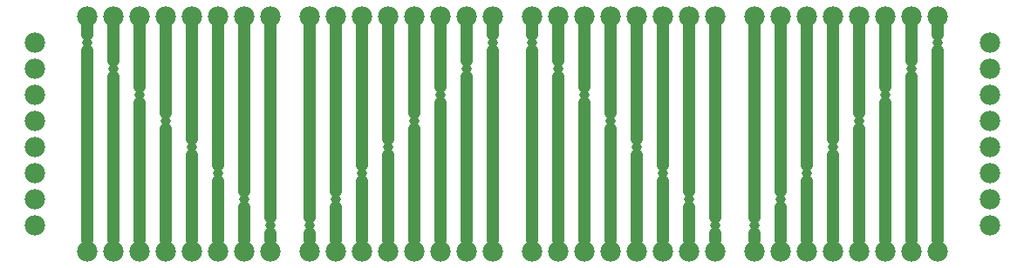
<source format=gtl>
G04 MADE WITH FRITZING*
G04 WWW.FRITZING.ORG*
G04 DOUBLE SIDED*
G04 HOLES PLATED*
G04 CONTOUR ON CENTER OF CONTOUR VECTOR*
%ASAXBY*%
%FSLAX23Y23*%
%MOIN*%
%OFA0B0*%
%SFA1.0B1.0*%
%ADD10C,0.078000*%
%ADD11C,0.039370*%
%ADD12C,0.048000*%
%LNCOPPER1*%
G90*
G70*
G54D10*
X2870Y205D03*
X2970Y205D03*
X3070Y205D03*
X3170Y205D03*
X3270Y205D03*
X3370Y205D03*
X3470Y205D03*
X3570Y205D03*
X2720Y205D03*
X2620Y205D03*
X2520Y205D03*
X2420Y205D03*
X2320Y205D03*
X2220Y205D03*
X2120Y205D03*
X2020Y205D03*
X1170Y205D03*
X1270Y205D03*
X1370Y205D03*
X1470Y205D03*
X1570Y205D03*
X1670Y205D03*
X1770Y205D03*
X1870Y205D03*
X1020Y205D03*
X920Y205D03*
X820Y205D03*
X720Y205D03*
X620Y205D03*
X520Y205D03*
X420Y205D03*
X320Y205D03*
X2870Y1105D03*
X2970Y1105D03*
X3070Y1105D03*
X3170Y1105D03*
X3270Y1105D03*
X3370Y1105D03*
X3470Y1105D03*
X3570Y1105D03*
X2720Y1105D03*
X2620Y1105D03*
X2520Y1105D03*
X2420Y1105D03*
X2320Y1105D03*
X2220Y1105D03*
X2120Y1105D03*
X2020Y1105D03*
X1170Y1105D03*
X1270Y1105D03*
X1370Y1105D03*
X1470Y1105D03*
X1570Y1105D03*
X1670Y1105D03*
X1770Y1105D03*
X1870Y1105D03*
X1020Y1105D03*
X920Y1105D03*
X820Y1105D03*
X720Y1105D03*
X620Y1105D03*
X520Y1105D03*
X420Y1105D03*
X320Y1105D03*
X3770Y305D03*
X3770Y405D03*
X3770Y505D03*
X3770Y605D03*
X3770Y705D03*
X3770Y805D03*
X3770Y905D03*
X3770Y1005D03*
X120Y305D03*
X120Y405D03*
X120Y505D03*
X120Y605D03*
X120Y705D03*
X120Y805D03*
X120Y905D03*
X120Y1005D03*
G54D11*
X3070Y505D03*
X2520Y505D03*
X1370Y505D03*
X820Y505D03*
X2870Y305D03*
X2720Y305D03*
X1170Y305D03*
X1020Y305D03*
X2970Y405D03*
X2620Y405D03*
X1270Y405D03*
X920Y405D03*
X3170Y605D03*
X2420Y605D03*
X1470Y605D03*
X720Y605D03*
X3270Y705D03*
X2320Y705D03*
X1570Y705D03*
X620Y705D03*
X3370Y805D03*
X2220Y805D03*
X1670Y805D03*
X520Y805D03*
X3470Y905D03*
X2120Y905D03*
X1770Y905D03*
X420Y905D03*
X3570Y1005D03*
X2020Y1005D03*
X1870Y1005D03*
X320Y1005D03*
G54D12*
X3570Y975D02*
X3570Y247D01*
D02*
X2020Y975D02*
X2020Y247D01*
D02*
X1870Y975D02*
X1870Y247D01*
D02*
X320Y975D02*
X320Y247D01*
D02*
X3570Y1064D02*
X3570Y1035D01*
D02*
X2020Y1064D02*
X2020Y1035D01*
D02*
X1870Y1064D02*
X1870Y1035D01*
D02*
X320Y1064D02*
X320Y1035D01*
D02*
X3470Y935D02*
X3470Y1064D01*
D02*
X2120Y935D02*
X2120Y1064D01*
D02*
X1770Y935D02*
X1770Y1064D01*
D02*
X420Y935D02*
X420Y1064D01*
D02*
X3470Y247D02*
X3470Y875D01*
D02*
X2120Y247D02*
X2120Y875D01*
D02*
X1770Y247D02*
X1770Y875D01*
D02*
X420Y247D02*
X420Y875D01*
D02*
X3370Y775D02*
X3370Y247D01*
D02*
X2220Y775D02*
X2220Y247D01*
D02*
X1670Y775D02*
X1670Y247D01*
D02*
X520Y775D02*
X520Y247D01*
D02*
X3370Y835D02*
X3370Y1064D01*
D02*
X2220Y835D02*
X2220Y1064D01*
D02*
X1670Y835D02*
X1670Y1064D01*
D02*
X520Y835D02*
X520Y1064D01*
D02*
X3270Y1064D02*
X3270Y735D01*
D02*
X2320Y1064D02*
X2320Y735D01*
D02*
X1570Y1064D02*
X1570Y735D01*
D02*
X620Y1064D02*
X620Y735D01*
D02*
X3270Y675D02*
X3270Y247D01*
D02*
X2320Y675D02*
X2320Y247D01*
D02*
X1570Y675D02*
X1570Y247D01*
D02*
X620Y675D02*
X620Y247D01*
D02*
X3170Y635D02*
X3170Y1064D01*
D02*
X2420Y635D02*
X2420Y1064D01*
D02*
X1470Y635D02*
X1470Y1064D01*
D02*
X720Y635D02*
X720Y1064D01*
D02*
X3170Y575D02*
X3170Y247D01*
D02*
X2420Y575D02*
X2420Y247D01*
D02*
X1470Y575D02*
X1470Y247D01*
D02*
X720Y575D02*
X720Y247D01*
D02*
X3070Y535D02*
X3070Y1064D01*
D02*
X2520Y535D02*
X2520Y1064D01*
D02*
X1370Y535D02*
X1370Y1064D01*
D02*
X820Y535D02*
X820Y1064D01*
D02*
X3070Y475D02*
X3070Y247D01*
D02*
X2520Y475D02*
X2520Y247D01*
D02*
X1370Y475D02*
X1370Y247D01*
D02*
X820Y475D02*
X820Y247D01*
D02*
X2970Y375D02*
X2970Y247D01*
D02*
X2620Y375D02*
X2620Y247D01*
D02*
X1270Y375D02*
X1270Y247D01*
D02*
X920Y375D02*
X920Y247D01*
D02*
X2870Y275D02*
X2870Y247D01*
D02*
X2720Y275D02*
X2720Y247D01*
D02*
X1170Y275D02*
X1170Y247D01*
D02*
X1020Y275D02*
X1020Y247D01*
D02*
X2970Y435D02*
X2970Y1064D01*
D02*
X2620Y435D02*
X2620Y1064D01*
D02*
X1270Y435D02*
X1270Y1064D01*
D02*
X920Y435D02*
X920Y1064D01*
D02*
X2870Y335D02*
X2870Y1064D01*
D02*
X2720Y335D02*
X2720Y1064D01*
D02*
X1170Y335D02*
X1170Y1064D01*
D02*
X1020Y335D02*
X1020Y1064D01*
G04 End of Copper1*
M02*
</source>
